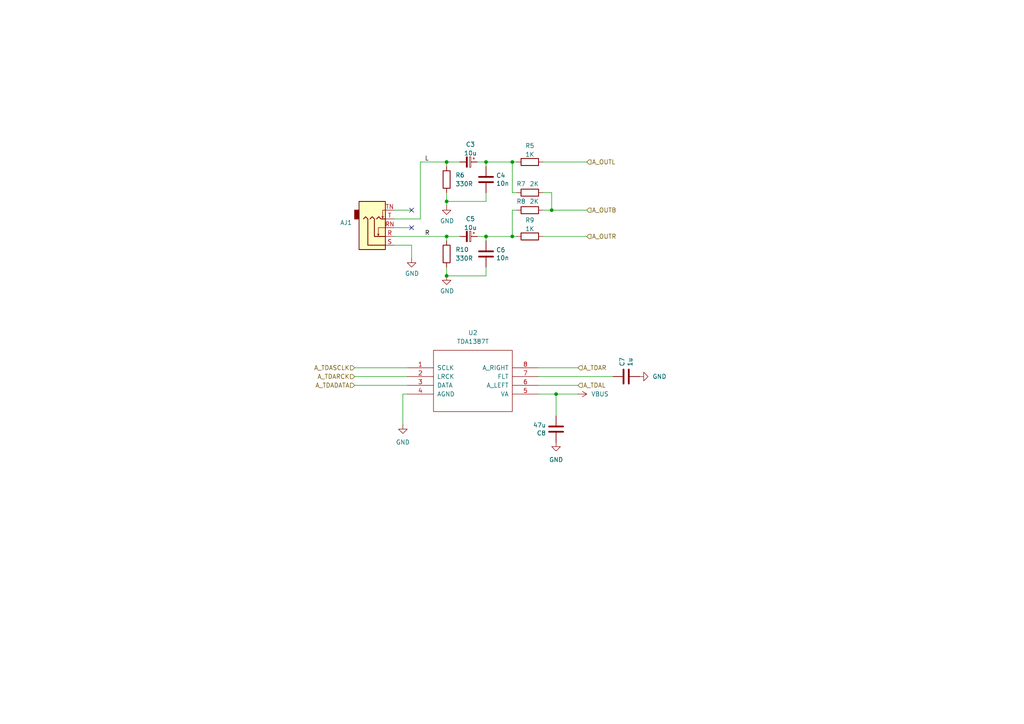
<source format=kicad_sch>
(kicad_sch (version 20250114) (generator "eeschema") (generator_version "9.0")
  (paper "A4")
  (title_block (title "MiniFRANK RM24") (date "2025-03-14") (rev "1.00") (company "Mikhail Matveev") (comment 1 "https://github.com/xtremespb/frank"))
  (lib_symbols
    (symbol "Device:C" (pin_numbers (hide yes)) (pin_names (offset 0.254))
      (property "Reference" "C" (at 0.635 2.54 0))
      (property "Value" "C" (at 0.635 -2.54 0))
      (symbol "C_0_1"
        (polyline (pts (xy -2.032 0.762) (xy 2.032 0.762)) (stroke (width 0.508)))
        (polyline (pts (xy -2.032 -0.762) (xy 2.032 -0.762)) (stroke (width 0.508)))
      )
      (symbol "C_1_1"
        (pin passive line (at 0 3.81 270) (length 2.794) (name "~") (number "1"))
        (pin passive line (at 0 -3.81 90) (length 2.794) (name "~") (number "2"))
      )
    )
    (symbol "Device:C_Polarized_Small" (pin_numbers (hide yes)) (pin_names (offset 0.254) (hide yes))
      (property "Reference" "C" (at 0.254 1.778 0))
      (property "Value" "C_Polarized_Small" (at 0.254 -2.032 0))
      (symbol "C_Polarized_Small_0_1"
        (rectangle (start -1.524 0.6858) (end 1.524 0.3048))
        (rectangle (start -1.524 -0.3048) (end 1.524 -0.6858) (fill (type outline)))
        (polyline (pts (xy -1.27 1.524) (xy -0.762 1.524)))
        (polyline (pts (xy -1.016 1.27) (xy -1.016 1.778)))
      )
      (symbol "C_Polarized_Small_1_1"
        (pin passive line (at 0 2.54 270) (length 1.8542) (name "~") (number "1"))
        (pin passive line (at 0 -2.54 90) (length 1.8542) (name "~") (number "2"))
      )
    )
    (symbol "Device:R" (pin_numbers (hide yes)) (pin_names (offset 0))
      (property "Reference" "R" (at 2.032 0 90))
      (property "Value" "R" (at 0 0 90))
      (symbol "R_0_1"
        (rectangle (start -1.016 -2.54) (end 1.016 2.54) (stroke (width 0.254)))
      )
      (symbol "R_1_1"
        (pin passive line (at 0 3.81 270) (length 1.27) (name "~") (number "1"))
        (pin passive line (at 0 -3.81 90) (length 1.27) (name "~") (number "2"))
      )
    )
    (symbol "FRANK:AudioJack_3.5mm"
      (property "Reference" "AJ2" (at -7.1119 -4.0097 0))
      (symbol "AudioJack_3.5mm_0_1"
        (rectangle (start -5.08 -5.08) (end -6.35 -7.62) (stroke (width 0.254)) (fill (type outline)))
        (polyline (pts (xy -1.905 -5.08) (xy -1.27 -5.715) (xy -0.635 -5.08) (xy -0.635 0) (xy 2.54 0)) (stroke (width 0.254)))
        (polyline (pts (xy 0 -5.08) (xy 0.635 -5.715) (xy 1.27 -5.08) (xy 2.54 -5.08)) (stroke (width 0.254)))
        (polyline (pts (xy 0.508 -0.254) (xy 0.762 -0.762)))
        (polyline (pts (xy 1.778 -5.334) (xy 2.032 -5.842)))
        (rectangle (start 2.54 3.81) (end -5.08 -10.16) (stroke (width 0.254)) (fill (type background)))
        (polyline (pts (xy 2.54 2.54) (xy -2.54 2.54) (xy -2.54 -5.08) (xy -3.175 -5.715) (xy -3.81 -5.08)) (stroke (width 0.254)))
        (polyline (pts (xy 2.54 -2.54) (xy 0.508 -2.54) (xy 0.508 -0.254) (xy 0.254 -0.762)))
        (polyline (pts (xy 2.54 -7.62) (xy 1.778 -7.62) (xy 1.778 -5.334) (xy 1.524 -5.842)))
      )
      (symbol "AudioJack_3.5mm_1_1"
        (pin passive line (at 5.08 2.54 180) (length 2.54) (name "~") (number "S"))
        (pin passive line (at 5.08 0 180) (length 2.54) (name "~") (number "R"))
        (pin passive line (at 5.08 -2.54 180) (length 2.54) (name "~") (number "RN"))
        (pin passive line (at 5.08 -5.08 180) (length 2.54) (name "~") (number "T"))
        (pin passive line (at 5.08 -7.62 180) (length 2.54) (name "~") (number "TN"))
      )
    )
    (symbol "FRANK:TDA1387T" (pin_names (offset 1.016))
      (property "Reference" "U4" (at 0 12.9075 0))
      (property "Value" "TDA1387T" (at 0 10.4832 0))
      (symbol "TDA1387T_1_0"
        (rectangle (start -11.43 -8.89) (end 11.43 8.89))
      )
      (symbol "TDA1387T_1_1"
        (pin input line (at -19.05 3.81 0) (length 7.62) (name "SCLK") (number "1"))
        (pin input line (at -19.05 1.27 0) (length 7.62) (name "LRCK") (number "2"))
        (pin input line (at -19.05 -1.27 0) (length 7.62) (name "DATA") (number "3"))
        (pin input line (at -19.05 -3.81 0) (length 7.62) (name "AGND") (number "4"))
        (pin input line (at 19.05 3.81 180) (length 7.62) (name "A_RIGHT") (number "8"))
        (pin input line (at 19.05 1.27 180) (length 7.62) (name "FLT") (number "7"))
        (pin input line (at 19.05 -1.27 180) (length 7.62) (name "A_LEFT") (number "6"))
        (pin input line (at 19.05 -3.81 180) (length 7.62) (name "VA") (number "5"))
      )
    )
    (symbol "GND_1" (power) (pin_numbers (hide yes)) (pin_names (offset 0) (hide yes))
      (property "Value" "GND" (at 0 -3.81 0))
      (symbol "GND_1_0_1"
        (polyline (pts (xy 0 0) (xy 0 -1.27) (xy 1.27 -1.27) (xy 0 -2.54) (xy -1.27 -1.27) (xy 0 -1.27)))
      )
      (symbol "GND_1_1_1"
        (pin power_in line (at 0 0 270) (length 0) (name "~") (number "1"))
      )
    )
    (symbol "GND_2" (power) (pin_numbers (hide yes)) (pin_names (offset 0) (hide yes))
      (property "Value" "GND" (at 0 -3.81 0))
      (symbol "GND_2_0_1"
        (polyline (pts (xy 0 0) (xy 0 -1.27) (xy 1.27 -1.27) (xy 0 -2.54) (xy -1.27 -1.27) (xy 0 -1.27)))
      )
      (symbol "GND_2_1_1"
        (pin power_in line (at 0 0 270) (length 0) (name "~") (number "1"))
      )
    )
    (symbol "GND_3" (power) (pin_numbers (hide yes)) (pin_names (offset 0) (hide yes))
      (property "Value" "GND" (at 0 -3.81 0))
      (symbol "GND_3_0_1"
        (polyline (pts (xy 0 0) (xy 0 -1.27) (xy 1.27 -1.27) (xy 0 -2.54) (xy -1.27 -1.27) (xy 0 -1.27)))
      )
      (symbol "GND_3_1_1"
        (pin power_in line (at 0 0 270) (length 0) (name "~") (number "1"))
      )
    )
    (symbol "GND_6" (power) (pin_numbers (hide yes)) (pin_names (offset 0) (hide yes))
      (property "Value" "GND" (at 0 -3.81 0))
      (symbol "GND_6_0_1"
        (polyline (pts (xy 0 0) (xy 0 -1.27) (xy 1.27 -1.27) (xy 0 -2.54) (xy -1.27 -1.27) (xy 0 -1.27)))
      )
      (symbol "GND_6_1_1"
        (pin power_in line (at 0 0 270) (length 0) (name "~") (number "1"))
      )
    )
    (symbol "power:GND" (power) (pin_numbers (hide yes)) (pin_names (offset 0) (hide yes))
      (property "Value" "GND" (at 0 -3.81 0))
      (symbol "GND_0_1"
        (polyline (pts (xy 0 0) (xy 0 -1.27) (xy 1.27 -1.27) (xy 0 -2.54) (xy -1.27 -1.27) (xy 0 -1.27)))
      )
      (symbol "GND_1_1"
        (pin power_in line (at 0 0 270) (length 0) (name "~") (number "1"))
      )
    )
    (symbol "power:VBUS" (power) (pin_numbers (hide yes)) (pin_names (offset 0) (hide yes))
      (property "Value" "VBUS" (at 0 3.556 0))
      (symbol "VBUS_0_1"
        (polyline (pts (xy -0.762 1.27) (xy 0 2.54)))
        (polyline (pts (xy 0 2.54) (xy 0.762 1.27)))
        (polyline (pts (xy 0 0) (xy 0 2.54)))
      )
      (symbol "VBUS_1_1"
        (pin power_in line (at 0 0 90) (length 0) (name "~") (number "1"))
      )
    )
  )
  (junction (at 129.54 46.99))
  (junction (at 148.59 68.58))
  (junction (at 129.54 58.42))
  (junction (at 160.02 60.96))
  (junction (at 129.54 80.01))
  (junction (at 140.97 68.58))
  (junction (at 129.54 68.58))
  (junction (at 161.29 114.3))
  (junction (at 148.59 46.99))
  (junction (at 140.97 46.99))
  (no_connect (at 119.38 60.96))
  (no_connect (at 119.38 66.04))
  (wire (pts (xy 140.97 68.58) (xy 148.59 68.58)))
  (wire (pts (xy 140.97 68.58) (xy 138.43 68.58)))
  (wire (pts (xy 140.97 46.99) (xy 148.59 46.99)))
  (wire (pts (xy 121.92 46.99) (xy 129.54 46.99)))
  (wire (pts (xy 102.87 106.68) (xy 118.11 106.68)))
  (wire (pts (xy 149.86 60.96) (xy 148.59 60.96)))
  (wire (pts (xy 140.97 80.01) (xy 129.54 80.01)))
  (wire (pts (xy 114.3 71.12) (xy 119.38 71.12)))
  (wire (pts (xy 129.54 55.88) (xy 129.54 58.42)))
  (wire (pts (xy 148.59 68.58) (xy 149.86 68.58)))
  (wire (pts (xy 140.97 58.42) (xy 129.54 58.42)))
  (wire (pts (xy 140.97 46.99) (xy 138.43 46.99)))
  (wire (pts (xy 114.3 63.5) (xy 121.92 63.5)))
  (wire (pts (xy 156.21 111.76) (xy 167.64 111.76)))
  (wire (pts (xy 114.3 68.58) (xy 129.54 68.58)))
  (wire (pts (xy 102.87 111.76) (xy 118.11 111.76)))
  (wire (pts (xy 148.59 46.99) (xy 149.86 46.99)))
  (wire (pts (xy 133.35 68.58) (xy 129.54 68.58)))
  (wire (pts (xy 160.02 60.96) (xy 157.48 60.96)))
  (wire (pts (xy 140.97 48.26) (xy 140.97 46.99)))
  (wire (pts (xy 140.97 55.88) (xy 140.97 58.42)))
  (wire (pts (xy 161.29 114.3) (xy 167.64 114.3)))
  (wire (pts (xy 149.86 55.88) (xy 148.59 55.88)))
  (wire (pts (xy 156.21 114.3) (xy 161.29 114.3)))
  (wire (pts (xy 129.54 46.99) (xy 129.54 48.26)))
  (wire (pts (xy 129.54 58.42) (xy 129.54 59.69)))
  (wire (pts (xy 156.21 106.68) (xy 167.64 106.68)))
  (wire (pts (xy 157.48 46.99) (xy 170.18 46.99)))
  (wire (pts (xy 129.54 68.58) (xy 129.54 69.85)))
  (wire (pts (xy 157.48 55.88) (xy 160.02 55.88)))
  (wire (pts (xy 161.29 114.3) (xy 161.29 120.65)))
  (wire (pts (xy 157.48 68.58) (xy 170.18 68.58)))
  (wire (pts (xy 156.21 109.22) (xy 177.8 109.22)))
  (wire (pts (xy 121.92 46.99) (xy 121.92 63.5)))
  (wire (pts (xy 129.54 77.47) (xy 129.54 80.01)))
  (wire (pts (xy 160.02 60.96) (xy 170.18 60.96)))
  (wire (pts (xy 160.02 55.88) (xy 160.02 60.96)))
  (wire (pts (xy 140.97 77.47) (xy 140.97 80.01)))
  (wire (pts (xy 119.38 71.12) (xy 119.38 74.93)))
  (wire (pts (xy 133.35 46.99) (xy 129.54 46.99)))
  (wire (pts (xy 114.3 66.04) (xy 119.38 66.04)))
  (wire (pts (xy 140.97 69.85) (xy 140.97 68.58)))
  (wire (pts (xy 118.11 114.3) (xy 116.84 114.3)))
  (wire (pts (xy 114.3 60.96) (xy 119.38 60.96)))
  (wire (pts (xy 102.87 109.22) (xy 118.11 109.22)))
  (wire (pts (xy 148.59 60.96) (xy 148.59 68.58)))
  (wire (pts (xy 116.84 114.3) (xy 116.84 123.19)))
  (wire (pts (xy 148.59 46.99) (xy 148.59 55.88)))
  (label "L" (at 123.19 46.99 0))
  (label "R" (at 123.19 68.58 0))
  (hierarchical_label "A_OUTL" (shape input) (at 170.18 46.99 0))
  (hierarchical_label "A_OUTB" (shape input) (at 170.18 60.96 0))
  (hierarchical_label "A_TDAL" (shape input) (at 167.64 111.76 0))
  (hierarchical_label "A_TDASCLK" (shape input) (at 102.87 106.68 180))
  (hierarchical_label "A_TDAR" (shape input) (at 167.64 106.68 0))
  (hierarchical_label "A_TDARCK" (shape input) (at 102.87 109.22 180))
  (hierarchical_label "A_OUTR" (shape input) (at 170.18 68.58 0))
  (hierarchical_label "A_TDADATA" (shape input) (at 102.87 111.76 180))
  (symbol (lib_id "power:GND") (at 116.84 123.19 0) (unit 1)
    (property "Reference" "#PWR023" (effects (hide yes)))
    (property "Value" "GND" (at 116.84 128.27 0))
    (property "Description" "Power symbol creates a global label with name \"GND\" , ground" (effects (hide yes)))
  )
  (symbol (lib_id "Device:R") (at 153.67 55.88 90) (unit 1)
    (property "Reference" "R7" (at 151.13 53.34 90))
    (property "Value" "2K" (at 154.94 53.34 90))
    (property "Footprint" "FRANK:Resistor (0805)" (effects (hide yes)))
    (property "Datasheet" "https://www.vishay.com/docs/28952/mcs0402at-mct0603at-mcu0805at-mca1206at.pdf" (effects (hide yes)))
    (property "AliExpress" "https://www.aliexpress.com/item/1005005945735199.html" (effects (hide yes)))
  )
  (symbol (lib_id "Device:C") (at 181.61 109.22 90) (unit 1)
    (property "Reference" "C7" (at 180.4416 106.299 0) (effects (justify left)))
    (property "Value" "1u" (at 182.753 106.299 0) (effects (justify left)))
    (property "Footprint" "FRANK:Capacitor (0805)" (effects (hide yes)))
    (property "Datasheet" "https://eu.mouser.com/datasheet/2/40/KGM_X7R-3223212.pdf" (effects (hide yes)))
    (property "AliExpress" "https://www.aliexpress.com/item/33008008276.html" (effects (hide yes)))
  )
  (symbol (lib_id "Device:C_Polarized_Small") (at 135.89 68.58 270) (unit 1)
    (property "Reference" "C5" (at 136.4361 63.4832 90))
    (property "Value" "10u" (at 136.4361 66.0201 90))
    (property "Footprint" "FRANK:Capacitor (3528, tantalum, polar)" (effects (hide yes)))
    (property "Datasheet" "https://eu.mouser.com/datasheet/2/447/KEM_T2005_T491-3316937.pdf" (effects (hide yes)))
    (property "AliExpress" "https://www.aliexpress.com/item/1005006870280809.html" (effects (hide yes)))
  )
  (symbol (lib_id "Device:R") (at 153.67 68.58 90) (unit 1)
    (property "Reference" "R9" (at 153.67 63.8642 90))
    (property "Value" "1K" (at 153.67 66.4011 90))
    (property "Footprint" "FRANK:Resistor (0805)" (effects (hide yes)))
    (property "Datasheet" "https://www.vishay.com/docs/28952/mcs0402at-mct0603at-mcu0805at-mca1206at.pdf" (effects (hide yes)))
    (property "AliExpress" "https://www.aliexpress.com/item/1005005945735199.html" (effects (hide yes)))
  )
  (symbol (lib_id "Device:R") (at 129.54 73.66 0) (unit 1)
    (property "Reference" "R10" (at 132.08 72.3899 0) (effects (justify left)))
    (property "Value" "330R" (at 132.08 74.9299 0) (effects (justify left)))
    (property "Footprint" "FRANK:Resistor (0805)" (effects (hide yes)))
    (property "Datasheet" "https://www.vishay.com/docs/28952/mcs0402at-mct0603at-mcu0805at-mca1206at.pdf" (effects (hide yes)))
    (property "AliExpress" "https://www.aliexpress.com/item/1005005945735199.html" (effects (hide yes)))
  )
  (symbol (lib_id "Device:R") (at 153.67 60.96 90) (unit 1)
    (property "Reference" "R8" (at 151.13 58.42 90))
    (property "Value" "2K" (at 154.94 58.42 90))
    (property "Footprint" "FRANK:Resistor (0805)" (effects (hide yes)))
    (property "Datasheet" "https://www.vishay.com/docs/28952/mcs0402at-mct0603at-mcu0805at-mca1206at.pdf" (effects (hide yes)))
    (property "AliExpress" "https://www.aliexpress.com/item/1005005945735199.html" (effects (hide yes)))
  )
  (symbol (lib_name "GND_3") (lib_id "power:GND") (at 129.54 59.69 0) (unit 1)
    (property "Reference" "#PWR018" (effects (hide yes)))
    (property "Value" "GND" (at 129.667 64.0842 0))
    (property "Description" "Power symbol creates a global label with name \"GND\" , ground" (effects (hide yes)))
  )
  (symbol (lib_id "Device:R") (at 153.67 46.99 90) (unit 1)
    (property "Reference" "R5" (at 153.67 42.2742 90))
    (property "Value" "1K" (at 153.67 44.8111 90))
    (property "Footprint" "FRANK:Resistor (0805)" (effects (hide yes)))
    (property "Datasheet" "https://www.vishay.com/docs/28952/mcs0402at-mct0603at-mcu0805at-mca1206at.pdf" (effects (hide yes)))
    (property "AliExpress" "https://www.aliexpress.com/item/1005005945735199.html" (effects (hide yes)))
  )
  (symbol (lib_id "FRANK:TDA1387T") (at 137.16 110.49 0) (unit 1)
    (property "Reference" "U2" (at 137.16 96.52 0))
    (property "Value" "TDA1387T" (at 137.16 99.06 0))
    (property "Footprint" "FRANK:SO-8" (effects (hide yes)))
    (property "Datasheet" "https://github.com/xtremespb/frank/raw/refs/heads/minifrank_rev2/DOCS/TDA1387T.pdf" (effects (hide yes)))
    (property "AliExpress" "https://www.aliexpress.com/item/32995595000.html" (effects (hide yes)))
  )
  (symbol (lib_name "GND_6") (lib_id "power:GND") (at 185.42 109.22 90) (unit 1)
    (property "Reference" "#PWR021" (effects (hide yes)))
    (property "Value" "GND" (at 189.23 109.2199 90) (effects (justify right)))
    (property "Description" "Power symbol creates a global label with name \"GND\" , ground" (effects (hide yes)))
  )
  (symbol (lib_id "FRANK:AudioJack_3.5mm") (at 109.22 68.58 0) (mirror x) (unit 1)
    (property "Reference" "AJ1" (at 102.1081 64.5703 0) (effects (justify right)))
    (property "Value" "PJ-320D" (effects (hide yes)))
    (property "Footprint" "FRANK:Jack (3.5mm, PJ-320D)" (effects (hide yes)))
    (property "Datasheet" "https://www.lcsc.com/datasheet/lcsc_datasheet_1810121716_Korean-Hroparts-Elec-PJ-320D-4A_C95562.pdf" (effects (hide yes)))
    (property "AliExpress" "https://www.aliexpress.com/item/4001158231104.html" (effects (hide yes)))
  )
  (symbol (lib_id "power:VBUS") (at 167.64 114.3 270) (unit 1)
    (property "Reference" "#PWR022" (effects (hide yes)))
    (property "Value" "VBUS" (at 171.45 114.2999 90) (effects (justify left)))
    (property "Description" "Power symbol creates a global label with name \"VBUS\"" (effects (hide yes)))
  )
  (symbol (lib_name "GND_6") (lib_id "power:GND") (at 161.29 128.27 0) (unit 1)
    (property "Reference" "#PWR024" (effects (hide yes)))
    (property "Value" "GND" (at 161.29 133.35 0))
    (property "Description" "Power symbol creates a global label with name \"GND\" , ground" (effects (hide yes)))
  )
  (symbol (lib_id "Device:C") (at 140.97 73.66 0) (unit 1)
    (property "Reference" "C6" (at 143.891 72.4916 0) (effects (justify left)))
    (property "Value" "10n" (at 143.891 74.803 0) (effects (justify left)))
    (property "Footprint" "FRANK:Capacitor (0805)" (effects (hide yes)))
    (property "Datasheet" "https://eu.mouser.com/datasheet/2/40/KGM_X7R-3223212.pdf" (effects (hide yes)))
    (property "AliExpress" "https://www.aliexpress.com/item/33008008276.html" (effects (hide yes)))
  )
  (symbol (lib_id "Device:C") (at 140.97 52.07 0) (unit 1)
    (property "Reference" "C4" (at 143.891 50.9016 0) (effects (justify left)))
    (property "Value" "10n" (at 143.891 53.213 0) (effects (justify left)))
    (property "Footprint" "FRANK:Capacitor (0805)" (effects (hide yes)))
    (property "Datasheet" "https://eu.mouser.com/datasheet/2/40/KGM_X7R-3223212.pdf" (effects (hide yes)))
    (property "AliExpress" "https://www.aliexpress.com/item/33008008276.html" (effects (hide yes)))
  )
  (symbol (lib_id "Device:C_Polarized_Small") (at 135.89 46.99 270) (unit 1)
    (property "Reference" "C3" (at 136.4361 41.8932 90))
    (property "Value" "10u" (at 136.4361 44.4301 90))
    (property "Footprint" "FRANK:Capacitor (3528, tantalum, polar)" (effects (hide yes)))
    (property "Datasheet" "https://eu.mouser.com/datasheet/2/447/KEM_T2005_T491-3316937.pdf" (effects (hide yes)))
    (property "AliExpress" "https://www.aliexpress.com/item/1005006870280809.html" (effects (hide yes)))
  )
  (symbol (lib_name "GND_2") (lib_id "power:GND") (at 129.54 80.01 0) (unit 1)
    (property "Reference" "#PWR020" (effects (hide yes)))
    (property "Value" "GND" (at 129.667 84.4042 0))
    (property "Description" "Power symbol creates a global label with name \"GND\" , ground" (effects (hide yes)))
  )
  (symbol (lib_id "Device:R") (at 129.54 52.07 0) (unit 1)
    (property "Reference" "R6" (at 132.08 50.7999 0) (effects (justify left)))
    (property "Value" "330R" (at 132.08 53.3399 0) (effects (justify left)))
    (property "Footprint" "FRANK:Resistor (0805)" (effects (hide yes)))
    (property "Datasheet" "https://www.vishay.com/docs/28952/mcs0402at-mct0603at-mcu0805at-mca1206at.pdf" (effects (hide yes)))
    (property "AliExpress" "https://www.aliexpress.com/item/1005005945735199.html" (effects (hide yes)))
  )
  (symbol (lib_name "GND_1") (lib_id "power:GND") (at 119.38 74.93 0) (unit 1)
    (property "Reference" "#PWR019" (effects (hide yes)))
    (property "Value" "GND" (at 119.507 79.3242 0))
    (property "Description" "Power symbol creates a global label with name \"GND\" , ground" (effects (hide yes)))
  )
  (symbol (lib_id "Device:C") (at 161.29 124.46 180) (unit 1)
    (property "Reference" "C8" (at 158.369 125.6284 0) (effects (justify left)))
    (property "Value" "47u" (at 158.369 123.317 0) (effects (justify left)))
    (property "Footprint" "FRANK:Capacitor (0805)" (effects (hide yes)))
    (property "Datasheet" "https://eu.mouser.com/datasheet/2/40/KGM_X7R-3223212.pdf" (effects (hide yes)))
    (property "AliExpress" "https://www.aliexpress.com/item/33008008276.html" (effects (hide yes)))
  )
)
</source>
